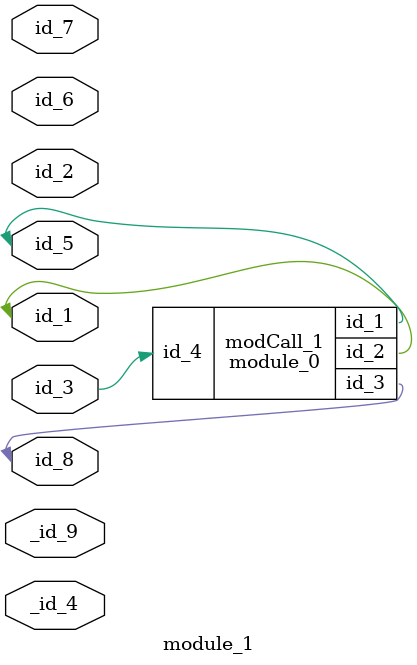
<source format=v>
module module_0 (
    id_1,
    id_2,
    id_3,
    id_4
);
  input wire id_4;
  output wand id_3;
  output wire id_2;
  output wire id_1;
  assign id_3 = id_4 >= id_4;
endmodule
module module_1 #(
    parameter id_4 = 32'd5,
    parameter id_9 = 32'd82
) (
    id_1,
    id_2,
    id_3,
    _id_4,
    id_5,
    id_6,
    id_7,
    id_8,
    _id_9
);
  inout wire _id_9;
  inout wire id_8;
  input wire id_7;
  module_0 modCall_1 (
      id_5,
      id_1,
      id_8,
      id_3
  );
  input wire id_6;
  inout wire id_5;
  inout wire _id_4;
  input wire id_3;
  input wire id_2;
  inout wire id_1;
  if (1) wire [id_4 : 1  >>>  id_9] id_10;
endmodule

</source>
